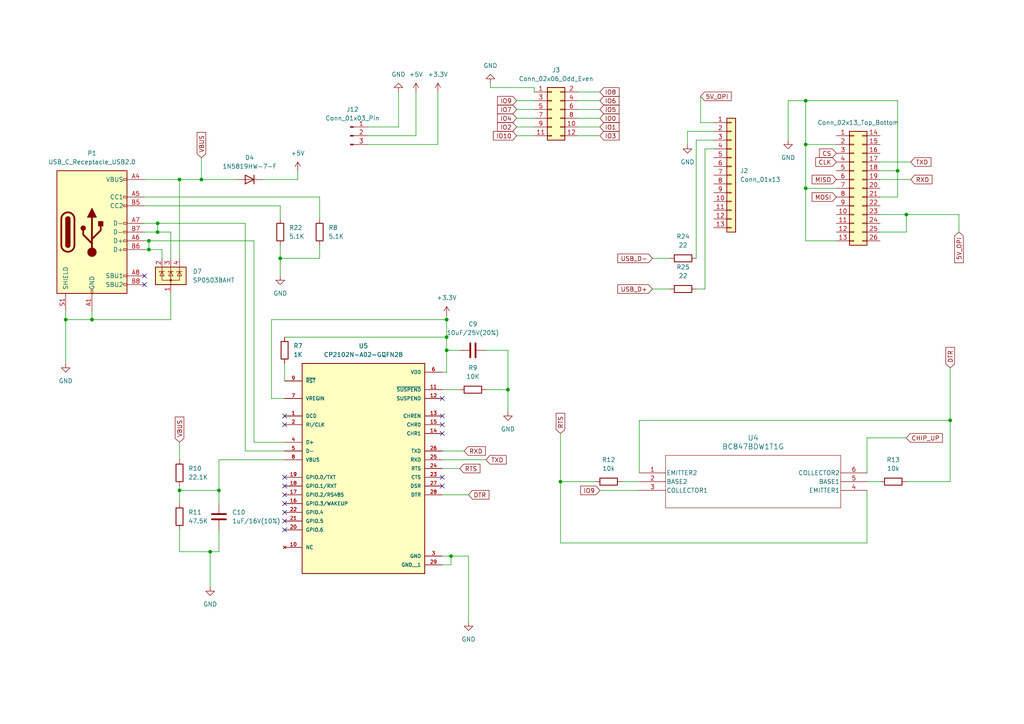
<source format=kicad_sch>
(kicad_sch (version 20230121) (generator eeschema)
  (paper "A4")
  (lib_symbols
    (symbol "Connector:Conn_01x03_Pin" (pin_names (offset 1.016) hide)
      (property "Reference" "J" (at 0 5.08 0))
      (property "Value" "Conn_01x03_Pin" (at 0 -5.08 0))
      (symbol "Conn_01x03_Pin_1_1"
        (polyline (pts (xy 1.27 -2.54) (xy 0.8636 -2.54)) (stroke (width 0.1524)))
        (polyline (pts (xy 1.27 0) (xy 0.8636 0)) (stroke (width 0.1524)))
        (polyline (pts (xy 1.27 2.54) (xy 0.8636 2.54)) (stroke (width 0.1524)))
        (rectangle (start 0.8636 -2.413) (end 0 -2.667) (stroke (width 0.1524)) (fill (type outline)))
        (rectangle (start 0.8636 0.127) (end 0 -0.127) (stroke (width 0.1524)) (fill (type outline)))
        (rectangle (start 0.8636 2.667) (end 0 2.413) (stroke (width 0.1524)) (fill (type outline)))
        (pin passive line (at 5.08 2.54 180) (length 3.81) (name "Pin_1") (number "1"))
        (pin passive line (at 5.08 0 180) (length 3.81) (name "Pin_2") (number "2"))
        (pin passive line (at 5.08 -2.54 180) (length 3.81) (name "Pin_3") (number "3"))
      )
    )
    (symbol "Connector:USB_C_Receptacle_USB2.0" (pin_names (offset 1.016))
      (property "Reference" "J" (at -10.16 19.05 0))
      (property "Value" "USB_C_Receptacle_USB2.0" (at 19.05 19.05 0))
      (symbol "USB_C_Receptacle_USB2.0_0_0"
        (rectangle (start -0.254 -17.78) (end 0.254 -16.764))
        (rectangle (start 10.16 -14.986) (end 9.144 -15.494))
        (rectangle (start 10.16 -12.446) (end 9.144 -12.954))
        (rectangle (start 10.16 -4.826) (end 9.144 -5.334))
        (rectangle (start 10.16 -2.286) (end 9.144 -2.794))
        (rectangle (start 10.16 0.254) (end 9.144 -0.254))
        (rectangle (start 10.16 2.794) (end 9.144 2.286))
        (rectangle (start 10.16 7.874) (end 9.144 7.366))
        (rectangle (start 10.16 10.414) (end 9.144 9.906))
        (rectangle (start 10.16 15.494) (end 9.144 14.986))
      )
      (symbol "USB_C_Receptacle_USB2.0_0_1"
        (rectangle (start -10.16 17.78) (end 10.16 -17.78) (stroke (width 0.254)) (fill (type background)))
        (arc (start -8.89 -3.81) (mid -6.985 -5.7067) (end -5.08 -3.81) (stroke (width 0.508)))
        (arc (start -7.62 -3.81) (mid -6.985 -4.4423) (end -6.35 -3.81) (stroke (width 0.254)))
        (arc (start -7.62 -3.81) (mid -6.985 -4.4423) (end -6.35 -3.81) (stroke (width 0.254)) (fill (type outline)))
        (rectangle (start -7.62 -3.81) (end -6.35 3.81) (stroke (width 0.254)) (fill (type outline)))
        (arc (start -6.35 3.81) (mid -6.985 4.4423) (end -7.62 3.81) (stroke (width 0.254)))
        (arc (start -6.35 3.81) (mid -6.985 4.4423) (end -7.62 3.81) (stroke (width 0.254)) (fill (type outline)))
        (arc (start -5.08 3.81) (mid -6.985 5.7067) (end -8.89 3.81) (stroke (width 0.508)))
        (circle (center -2.54 1.143) (radius 0.635) (stroke (width 0.254)) (fill (type outline)))
        (circle (center 0 -5.842) (radius 1.27) (fill (type outline)))
        (polyline (pts (xy -8.89 -3.81) (xy -8.89 3.81)) (stroke (width 0.508)))
        (polyline (pts (xy -5.08 3.81) (xy -5.08 -3.81)) (stroke (width 0.508)))
        (polyline (pts (xy 0 -5.842) (xy 0 4.318)) (stroke (width 0.508)))
        (polyline (pts (xy 0 -3.302) (xy -2.54 -0.762) (xy -2.54 0.508)) (stroke (width 0.508)))
        (polyline (pts (xy 0 -2.032) (xy 2.54 0.508) (xy 2.54 1.778)) (stroke (width 0.508)))
        (polyline (pts (xy -1.27 4.318) (xy 0 6.858) (xy 1.27 4.318) (xy -1.27 4.318)) (stroke (width 0.254)) (fill (type outline)))
        (rectangle (start 1.905 1.778) (end 3.175 3.048) (stroke (width 0.254)) (fill (type outline)))
      )
      (symbol "USB_C_Receptacle_USB2.0_1_1"
        (pin passive line (at 0 -22.86 90) (length 5.08) (name "GND") (number "A1"))
        (pin passive line (at 0 -22.86 90) (length 5.08) hide (name "GND") (number "A12"))
        (pin passive line (at 15.24 15.24 180) (length 5.08) (name "VBUS") (number "A4"))
        (pin bidirectional line (at 15.24 10.16 180) (length 5.08) (name "CC1") (number "A5"))
        (pin bidirectional line (at 15.24 -2.54 180) (length 5.08) (name "D+") (number "A6"))
        (pin bidirectional line (at 15.24 2.54 180) (length 5.08) (name "D-") (number "A7"))
        (pin bidirectional line (at 15.24 -12.7 180) (length 5.08) (name "SBU1") (number "A8"))
        (pin passive line (at 15.24 15.24 180) (length 5.08) hide (name "VBUS") (number "A9"))
        (pin passive line (at 0 -22.86 90) (length 5.08) hide (name "GND") (number "B1"))
        (pin passive line (at 0 -22.86 90) (length 5.08) hide (name "GND") (number "B12"))
        (pin passive line (at 15.24 15.24 180) (length 5.08) hide (name "VBUS") (number "B4"))
        (pin bidirectional line (at 15.24 7.62 180) (length 5.08) (name "CC2") (number "B5"))
        (pin bidirectional line (at 15.24 -5.08 180) (length 5.08) (name "D+") (number "B6"))
        (pin bidirectional line (at 15.24 0 180) (length 5.08) (name "D-") (number "B7"))
        (pin bidirectional line (at 15.24 -15.24 180) (length 5.08) (name "SBU2") (number "B8"))
        (pin passive line (at 15.24 15.24 180) (length 5.08) hide (name "VBUS") (number "B9"))
        (pin passive line (at -7.62 -22.86 90) (length 5.08) (name "SHIELD") (number "S1"))
      )
    )
    (symbol "Connector_Generic:Conn_01x13" (pin_names (offset 1.016) hide)
      (property "Reference" "J" (at 0 17.78 0))
      (property "Value" "Conn_01x13" (at 0 -17.78 0))
      (symbol "Conn_01x13_1_1"
        (rectangle (start -1.27 -15.113) (end 0 -15.367) (stroke (width 0.1524)))
        (rectangle (start -1.27 -12.573) (end 0 -12.827) (stroke (width 0.1524)))
        (rectangle (start -1.27 -10.033) (end 0 -10.287) (stroke (width 0.1524)))
        (rectangle (start -1.27 -7.493) (end 0 -7.747) (stroke (width 0.1524)))
        (rectangle (start -1.27 -4.953) (end 0 -5.207) (stroke (width 0.1524)))
        (rectangle (start -1.27 -2.413) (end 0 -2.667) (stroke (width 0.1524)))
        (rectangle (start -1.27 0.127) (end 0 -0.127) (stroke (width 0.1524)))
        (rectangle (start -1.27 2.667) (end 0 2.413) (stroke (width 0.1524)))
        (rectangle (start -1.27 5.207) (end 0 4.953) (stroke (width 0.1524)))
        (rectangle (start -1.27 7.747) (end 0 7.493) (stroke (width 0.1524)))
        (rectangle (start -1.27 10.287) (end 0 10.033) (stroke (width 0.1524)))
        (rectangle (start -1.27 12.827) (end 0 12.573) (stroke (width 0.1524)))
        (rectangle (start -1.27 15.367) (end 0 15.113) (stroke (width 0.1524)))
        (rectangle (start -1.27 16.51) (end 1.27 -16.51) (stroke (width 0.254)) (fill (type background)))
        (pin passive line (at -5.08 15.24 0) (length 3.81) (name "Pin_1") (number "1"))
        (pin passive line (at -5.08 -7.62 0) (length 3.81) (name "Pin_10") (number "10"))
        (pin passive line (at -5.08 -10.16 0) (length 3.81) (name "Pin_11") (number "11"))
        (pin passive line (at -5.08 -12.7 0) (length 3.81) (name "Pin_12") (number "12"))
        (pin passive line (at -5.08 -15.24 0) (length 3.81) (name "Pin_13") (number "13"))
        (pin passive line (at -5.08 12.7 0) (length 3.81) (name "Pin_2") (number "2"))
        (pin passive line (at -5.08 10.16 0) (length 3.81) (name "Pin_3") (number "3"))
        (pin passive line (at -5.08 7.62 0) (length 3.81) (name "Pin_4") (number "4"))
        (pin passive line (at -5.08 5.08 0) (length 3.81) (name "Pin_5") (number "5"))
        (pin passive line (at -5.08 2.54 0) (length 3.81) (name "Pin_6") (number "6"))
        (pin passive line (at -5.08 0 0) (length 3.81) (name "Pin_7") (number "7"))
        (pin passive line (at -5.08 -2.54 0) (length 3.81) (name "Pin_8") (number "8"))
        (pin passive line (at -5.08 -5.08 0) (length 3.81) (name "Pin_9") (number "9"))
      )
    )
    (symbol "Connector_Generic:Conn_02x06_Odd_Even" (pin_names (offset 1.016) hide)
      (property "Reference" "J" (at 1.27 7.62 0))
      (property "Value" "Conn_02x06_Odd_Even" (at 1.27 -10.16 0))
      (symbol "Conn_02x06_Odd_Even_1_1"
        (rectangle (start -1.27 -7.493) (end 0 -7.747) (stroke (width 0.1524)))
        (rectangle (start -1.27 -4.953) (end 0 -5.207) (stroke (width 0.1524)))
        (rectangle (start -1.27 -2.413) (end 0 -2.667) (stroke (width 0.1524)))
        (rectangle (start -1.27 0.127) (end 0 -0.127) (stroke (width 0.1524)))
        (rectangle (start -1.27 2.667) (end 0 2.413) (stroke (width 0.1524)))
        (rectangle (start -1.27 5.207) (end 0 4.953) (stroke (width 0.1524)))
        (rectangle (start -1.27 6.35) (end 3.81 -8.89) (stroke (width 0.254)) (fill (type background)))
        (rectangle (start 3.81 -7.493) (end 2.54 -7.747) (stroke (width 0.1524)))
        (rectangle (start 3.81 -4.953) (end 2.54 -5.207) (stroke (width 0.1524)))
        (rectangle (start 3.81 -2.413) (end 2.54 -2.667) (stroke (width 0.1524)))
        (rectangle (start 3.81 0.127) (end 2.54 -0.127) (stroke (width 0.1524)))
        (rectangle (start 3.81 2.667) (end 2.54 2.413) (stroke (width 0.1524)))
        (rectangle (start 3.81 5.207) (end 2.54 4.953) (stroke (width 0.1524)))
        (pin passive line (at -5.08 5.08 0) (length 3.81) (name "Pin_1") (number "1"))
        (pin passive line (at 7.62 -5.08 180) (length 3.81) (name "Pin_10") (number "10"))
        (pin passive line (at -5.08 -7.62 0) (length 3.81) (name "Pin_11") (number "11"))
        (pin passive line (at 7.62 -7.62 180) (length 3.81) (name "Pin_12") (number "12"))
        (pin passive line (at 7.62 5.08 180) (length 3.81) (name "Pin_2") (number "2"))
        (pin passive line (at -5.08 2.54 0) (length 3.81) (name "Pin_3") (number "3"))
        (pin passive line (at 7.62 2.54 180) (length 3.81) (name "Pin_4") (number "4"))
        (pin passive line (at -5.08 0 0) (length 3.81) (name "Pin_5") (number "5"))
        (pin passive line (at 7.62 0 180) (length 3.81) (name "Pin_6") (number "6"))
        (pin passive line (at -5.08 -2.54 0) (length 3.81) (name "Pin_7") (number "7"))
        (pin passive line (at 7.62 -2.54 180) (length 3.81) (name "Pin_8") (number "8"))
        (pin passive line (at -5.08 -5.08 0) (length 3.81) (name "Pin_9") (number "9"))
      )
    )
    (symbol "Connector_Generic:Conn_02x13_Top_Bottom" (pin_names (offset 1.016) hide)
      (property "Reference" "J" (at 1.27 17.78 0))
      (property "Value" "Conn_02x13_Top_Bottom" (at 1.27 -17.78 0))
      (symbol "Conn_02x13_Top_Bottom_1_1"
        (rectangle (start -1.27 -15.113) (end 0 -15.367) (stroke (width 0.1524)))
        (rectangle (start -1.27 -12.573) (end 0 -12.827) (stroke (width 0.1524)))
        (rectangle (start -1.27 -10.033) (end 0 -10.287) (stroke (width 0.1524)))
        (rectangle (start -1.27 -7.493) (end 0 -7.747) (stroke (width 0.1524)))
        (rectangle (start -1.27 -4.953) (end 0 -5.207) (stroke (width 0.1524)))
        (rectangle (start -1.27 -2.413) (end 0 -2.667) (stroke (width 0.1524)))
        (rectangle (start -1.27 0.127) (end 0 -0.127) (stroke (width 0.1524)))
        (rectangle (start -1.27 2.667) (end 0 2.413) (stroke (width 0.1524)))
        (rectangle (start -1.27 5.207) (end 0 4.953) (stroke (width 0.1524)))
        (rectangle (start -1.27 7.747) (end 0 7.493) (stroke (width 0.1524)))
        (rectangle (start -1.27 10.287) (end 0 10.033) (stroke (width 0.1524)))
        (rectangle (start -1.27 12.827) (end 0 12.573) (stroke (width 0.1524)))
        (rectangle (start -1.27 15.367) (end 0 15.113) (stroke (width 0.1524)))
        (rectangle (start -1.27 16.51) (end 3.81 -16.51) (stroke (width 0.254)) (fill (type background)))
        (rectangle (start 3.81 -15.113) (end 2.54 -15.367) (stroke (width 0.1524)))
        (rectangle (start 3.81 -12.573) (end 2.54 -12.827) (stroke (width 0.1524)))
        (rectangle (start 3.81 -10.033) (end 2.54 -10.287) (stroke (width 0.1524)))
        (rectangle (start 3.81 -7.493) (end 2.54 -7.747) (stroke (width 0.1524)))
        (rectangle (start 3.81 -4.953) (end 2.54 -5.207) (stroke (width 0.1524)))
        (rectangle (start 3.81 -2.413) (end 2.54 -2.667) (stroke (width 0.1524)))
        (rectangle (start 3.81 0.127) (end 2.54 -0.127) (stroke (width 0.1524)))
        (rectangle (start 3.81 2.667) (end 2.54 2.413) (stroke (width 0.1524)))
        (rectangle (start 3.81 5.207) (end 2.54 4.953) (stroke (width 0.1524)))
        (rectangle (start 3.81 7.747) (end 2.54 7.493) (stroke (width 0.1524)))
        (rectangle (start 3.81 10.287) (end 2.54 10.033) (stroke (width 0.1524)))
        (rectangle (start 3.81 12.827) (end 2.54 12.573) (stroke (width 0.1524)))
        (rectangle (start 3.81 15.367) (end 2.54 15.113) (stroke (width 0.1524)))
        (pin passive line (at -5.08 15.24 0) (length 3.81) (name "Pin_1") (number "1"))
        (pin passive line (at -5.08 -7.62 0) (length 3.81) (name "Pin_10") (number "10"))
        (pin passive line (at -5.08 -10.16 0) (length 3.81) (name "Pin_11") (number "11"))
        (pin passive line (at -5.08 -12.7 0) (length 3.81) (name "Pin_12") (number "12"))
        (pin passive line (at -5.08 -15.24 0) (length 3.81) (name "Pin_13") (number "13"))
        (pin passive line (at 7.62 15.24 180) (length 3.81) (name "Pin_14") (number "14"))
        (pin passive line (at 7.62 12.7 180) (length 3.81) (name "Pin_15") (number "15"))
        (pin passive line (at 7.62 10.16 180) (length 3.81) (name "Pin_16") (number "16"))
        (pin passive line (at 7.62 7.62 180) (length 3.81) (name "Pin_17") (number "17"))
        (pin passive line (at 7.62 5.08 180) (length 3.81) (name "Pin_18") (number "18"))
        (pin passive line (at 7.62 2.54 180) (length 3.81) (name "Pin_19") (number "19"))
        (pin passive line (at -5.08 12.7 0) (length 3.81) (name "Pin_2") (number "2"))
        (pin passive line (at 7.62 0 180) (length 3.81) (name "Pin_20") (number "20"))
        (pin passive line (at 7.62 -2.54 180) (length 3.81) (name "Pin_21") (number "21"))
        (pin passive line (at 7.62 -5.08 180) (length 3.81) (name "Pin_22") (number "22"))
        (pin passive line (at 7.62 -7.62 180) (length 3.81) (name "Pin_23") (number "23"))
        (pin passive line (at 7.62 -10.16 180) (length 3.81) (name "Pin_24") (number "24"))
        (pin passive line (at 7.62 -12.7 180) (length 3.81) (name "Pin_25") (number "25"))
        (pin passive line (at 7.62 -15.24 180) (length 3.81) (name "Pin_26") (number "26"))
        (pin passive line (at -5.08 10.16 0) (length 3.81) (name "Pin_3") (number "3"))
        (pin passive line (at -5.08 7.62 0) (length 3.81) (name "Pin_4") (number "4"))
        (pin passive line (at -5.08 5.08 0) (length 3.81) (name "Pin_5") (number "5"))
        (pin passive line (at -5.08 2.54 0) (length 3.81) (name "Pin_6") (number "6"))
        (pin passive line (at -5.08 0 0) (length 3.81) (name "Pin_7") (number "7"))
        (pin passive line (at -5.08 -2.54 0) (length 3.81) (name "Pin_8") (number "8"))
        (pin passive line (at -5.08 -5.08 0) (length 3.81) (name "Pin_9") (number "9"))
      )
    )
    (symbol "Device:C" (pin_numbers hide) (pin_names (offset 0.254))
      (property "Reference" "C" (at 0.635 2.54 0))
      (property "Value" "C" (at 0.635 -2.54 0))
      (symbol "C_0_1"
        (polyline (pts (xy -2.032 -0.762) (xy 2.032 -0.762)) (stroke (width 0.508)))
        (polyline (pts (xy -2.032 0.762) (xy 2.032 0.762)) (stroke (width 0.508)))
      )
      (symbol "C_1_1"
        (pin passive line (at 0 3.81 270) (length 2.794) (name "~") (number "1"))
        (pin passive line (at 0 -3.81 90) (length 2.794) (name "~") (number "2"))
      )
    )
    (symbol "Device:D" (pin_numbers hide) (pin_names (offset 1.016) hide)
      (property "Reference" "D" (at 0 2.54 0))
      (property "Value" "D" (at 0 -2.54 0))
      (symbol "D_0_1"
        (polyline (pts (xy -1.27 1.27) (xy -1.27 -1.27)) (stroke (width 0.254)))
        (polyline (pts (xy 1.27 0) (xy -1.27 0)))
        (polyline (pts (xy 1.27 1.27) (xy 1.27 -1.27) (xy -1.27 0) (xy 1.27 1.27)) (stroke (width 0.254)))
      )
      (symbol "D_1_1"
        (pin passive line (at -3.81 0 0) (length 2.54) (name "K") (number "1"))
        (pin passive line (at 3.81 0 180) (length 2.54) (name "A") (number "2"))
      )
    )
    (symbol "Device:R" (pin_numbers hide) (pin_names (offset 0))
      (property "Reference" "R" (at 2.032 0 90))
      (property "Value" "R" (at 0 0 90))
      (symbol "R_0_1"
        (rectangle (start -1.016 -2.54) (end 1.016 2.54) (stroke (width 0.254)))
      )
      (symbol "R_1_1"
        (pin passive line (at 0 3.81 270) (length 1.27) (name "~") (number "1"))
        (pin passive line (at 0 -3.81 90) (length 1.27) (name "~") (number "2"))
      )
    )
    (symbol "Interface_USB:CP2102N-A02-GQFN28" (pin_names (offset 1.016))
      (property "Reference" "U" (at -17.78 33.02 0))
      (property "Value" "CP2102N-A02-GQFN28" (at -17.78 -35.56 0))
      (symbol "CP2102N-A02-GQFN28_0_0"
        (rectangle (start -17.78 -30.48) (end 17.78 30.48) (stroke (width 0.254)) (fill (type background)))
        (pin input line (at -22.86 15.24 0) (length 5.08) (name "DCD") (number "1"))
        (pin no_connect line (at -22.86 -22.86 0) (length 5.08) (name "NC") (number "10"))
        (pin output line (at 22.86 22.86 180) (length 5.08) (name "~{SUSPEND}") (number "11"))
        (pin output line (at 22.86 20.32 180) (length 5.08) (name "SUSPEND") (number "12"))
        (pin output line (at 22.86 15.24 180) (length 5.08) (name "CHREN") (number "13"))
        (pin output line (at 22.86 10.16 180) (length 5.08) (name "CHR1") (number "14"))
        (pin output line (at 22.86 12.7 180) (length 5.08) (name "CHR0") (number "15"))
        (pin bidirectional line (at -22.86 -10.16 0) (length 5.08) (name "GPIO.3/WAKEUP") (number "16"))
        (pin bidirectional line (at -22.86 -7.62 0) (length 5.08) (name "GPIO.2/RS485") (number "17"))
        (pin bidirectional line (at -22.86 -5.08 0) (length 5.08) (name "GPIO.1/RXT") (number "18"))
        (pin bidirectional line (at -22.86 -2.54 0) (length 5.08) (name "GPIO.0/TXT") (number "19"))
        (pin bidirectional line (at -22.86 12.7 0) (length 5.08) (name "RI/CLK") (number "2"))
        (pin bidirectional line (at -22.86 -17.78 0) (length 5.08) (name "GPIO.6") (number "20"))
        (pin bidirectional line (at -22.86 -15.24 0) (length 5.08) (name "GPIO.5") (number "21"))
        (pin bidirectional line (at -22.86 -12.7 0) (length 5.08) (name "GPIO.4") (number "22"))
        (pin input line (at 22.86 -2.54 180) (length 5.08) (name "CTS") (number "23"))
        (pin output line (at 22.86 0 180) (length 5.08) (name "RTS") (number "24"))
        (pin input line (at 22.86 2.54 180) (length 5.08) (name "RXD") (number "25"))
        (pin output line (at 22.86 5.08 180) (length 5.08) (name "TXD") (number "26"))
        (pin input line (at 22.86 -5.08 180) (length 5.08) (name "DSR") (number "27"))
        (pin output line (at 22.86 -7.62 180) (length 5.08) (name "DTR") (number "28"))
        (pin power_in line (at 22.86 -27.94 180) (length 5.08) (name "GND__1") (number "29"))
        (pin power_in line (at 22.86 -25.4 180) (length 5.08) (name "GND") (number "3"))
        (pin bidirectional line (at -22.86 7.62 0) (length 5.08) (name "D+") (number "4"))
        (pin bidirectional line (at -22.86 5.08 0) (length 5.08) (name "D-") (number "5"))
        (pin power_in line (at 22.86 27.94 180) (length 5.08) (name "VDD") (number "6"))
        (pin input line (at -22.86 20.32 0) (length 5.08) (name "VREGIN") (number "7"))
        (pin input line (at -22.86 2.54 0) (length 5.08) (name "VBUS") (number "8"))
        (pin input line (at -22.86 25.4 0) (length 5.08) (name "~{RST}") (number "9"))
      )
    )
    (symbol "Power_Protection:SP0503BAHT" (pin_names hide)
      (property "Reference" "D" (at 5.715 2.54 0))
      (property "Value" "SP0503BAHT" (at 5.715 0.635 0))
      (symbol "SP0503BAHT_0_0"
        (pin passive line (at 0 -5.08 90) (length 2.54) (name "A") (number "1"))
      )
      (symbol "SP0503BAHT_0_1"
        (rectangle (start -4.445 2.54) (end 4.445 -2.54) (stroke (width 0.254)) (fill (type background)))
        (circle (center 0 -1.27) (radius 0.254) (fill (type outline)))
        (polyline (pts (xy -2.54 2.54) (xy -2.54 1.27)))
        (polyline (pts (xy 0 -1.27) (xy 0 -2.54)))
        (polyline (pts (xy 0 -1.27) (xy 0 1.27)))
        (polyline (pts (xy 0 2.54) (xy 0 1.27)))
        (polyline (pts (xy 0.635 1.27) (xy 0.762 1.27)))
        (polyline (pts (xy 2.54 2.54) (xy 2.54 1.27)))
        (polyline (pts (xy 0.635 1.27) (xy -0.762 1.27) (xy -0.762 1.016)))
        (polyline (pts (xy -3.302 1.016) (xy -3.302 1.27) (xy -1.905 1.27) (xy -1.778 1.27)))
        (polyline (pts (xy -2.54 1.27) (xy -2.54 -1.27) (xy 2.54 -1.27) (xy 2.54 1.27)))
        (polyline (pts (xy -2.54 1.27) (xy -1.905 0) (xy -3.175 0) (xy -2.54 1.27)))
        (polyline (pts (xy 0.635 0) (xy -0.635 0) (xy 0 1.27) (xy 0.635 0)))
        (polyline (pts (xy 1.778 1.016) (xy 1.778 1.27) (xy 3.175 1.27) (xy 3.302 1.27)))
        (polyline (pts (xy 2.54 1.27) (xy 1.905 0) (xy 3.175 0) (xy 2.54 1.27)))
      )
      (symbol "SP0503BAHT_1_1"
        (pin passive line (at -2.54 5.08 270) (length 2.54) (name "K") (number "2"))
        (pin passive line (at 0 5.08 270) (length 2.54) (name "K") (number "3"))
        (pin passive line (at 2.54 5.08 270) (length 2.54) (name "K") (number "4"))
      )
    )
    (symbol "Transistor_Array:BC847BDW1T1G" (pin_names (offset 0.254))
      (property "Reference" "U" (at 33.02 10.16 0))
      (property "Value" "BC847BDW1T1G" (at 33.02 7.62 0))
      (symbol "BC847BDW1T1G_0_1"
        (polyline (pts (xy 7.62 -10.16) (xy 58.42 -10.16)) (stroke (width 0.127)))
        (polyline (pts (xy 7.62 5.08) (xy 7.62 -10.16)) (stroke (width 0.127)))
        (polyline (pts (xy 58.42 -10.16) (xy 58.42 5.08)) (stroke (width 0.127)))
        (polyline (pts (xy 58.42 5.08) (xy 7.62 5.08)) (stroke (width 0.127)))
        (pin unspecified line (at 0 0 0) (length 7.62) (name "EMITTER2") (number "1"))
        (pin unspecified line (at 0 -2.54 0) (length 7.62) (name "BASE2") (number "2"))
        (pin unspecified line (at 0 -5.08 0) (length 7.62) (name "COLLECTOR1") (number "3"))
        (pin unspecified line (at 66.04 -5.08 180) (length 7.62) (name "EMITTER1") (number "4"))
        (pin unspecified line (at 66.04 -2.54 180) (length 7.62) (name "BASE1") (number "5"))
        (pin unspecified line (at 66.04 0 180) (length 7.62) (name "COLLECTOR2") (number "6"))
      )
    )
    (symbol "power:+3.3V" (power) (pin_names (offset 0))
      (property "Value" "+3.3V" (at 0 3.556 0))
      (symbol "+3.3V_0_1"
        (polyline (pts (xy -0.762 1.27) (xy 0 2.54)))
        (polyline (pts (xy 0 0) (xy 0 2.54)))
        (polyline (pts (xy 0 2.54) (xy 0.762 1.27)))
      )
      (symbol "+3.3V_1_1"
        (pin power_in line (at 0 0 90) (length 0) hide (name "+3.3V") (number "1"))
      )
    )
    (symbol "power:+5V" (power) (pin_names (offset 0))
      (property "Value" "+5V" (at 0 3.556 0))
      (symbol "+5V_0_1"
        (polyline (pts (xy -0.762 1.27) (xy 0 2.54)))
        (polyline (pts (xy 0 0) (xy 0 2.54)))
        (polyline (pts (xy 0 2.54) (xy 0.762 1.27)))
      )
      (symbol "+5V_1_1"
        (pin power_in line (at 0 0 90) (length 0) hide (name "+5V") (number "1"))
      )
    )
    (symbol "power:GND" (power) (pin_names (offset 0))
      (property "Value" "GND" (at 0 -3.81 0))
      (symbol "GND_0_1"
        (polyline (pts (xy 0 0) (xy 0 -1.27) (xy 1.27 -1.27) (xy 0 -2.54) (xy -1.27 -1.27) (xy 0 -1.27)))
      )
      (symbol "GND_1_1"
        (pin power_in line (at 0 0 270) (length 0) hide (name "GND") (number "1"))
      )
    )
  )
  (junction (at 45.72 67.31))
  (junction (at 262.89 62.23))
  (junction (at 233.68 29.21))
  (junction (at 43.18 72.39))
  (junction (at 162.56 139.7))
  (junction (at 45.72 64.77))
  (junction (at 63.5 142.24))
  (junction (at 58.42 52.07))
  (junction (at 52.07 142.24))
  (junction (at 129.54 101.6))
  (junction (at 19.05 92.71))
  (junction (at 147.32 113.03))
  (junction (at 129.54 97.79))
  (junction (at 52.07 52.07))
  (junction (at 129.54 92.71))
  (junction (at 130.81 161.29))
  (junction (at 43.18 69.85))
  (junction (at 233.68 41.91))
  (junction (at 26.67 92.71))
  (junction (at 260.35 49.53))
  (junction (at 81.28 74.93))
  (junction (at 60.96 160.02))
  (junction (at 233.68 54.61))
  (junction (at 275.59 121.92))
  (no_connect (at 41.91 80.01))
  (no_connect (at 82.55 148.59))
  (no_connect (at 82.55 120.65))
  (no_connect (at 82.55 143.51))
  (no_connect (at 82.55 153.67))
  (no_connect (at 82.55 123.19))
  (no_connect (at 128.27 123.19))
  (no_connect (at 82.55 138.43))
  (no_connect (at 128.27 138.43))
  (no_connect (at -22.86 15.24))
  (no_connect (at 41.91 82.55))
  (no_connect (at 128.27 140.97))
  (no_connect (at 82.55 151.13))
  (no_connect (at 128.27 115.57))
  (no_connect (at 82.55 140.97))
  (no_connect (at 128.27 120.65))
  (no_connect (at 128.27 125.73))
  (no_connect (at 82.55 146.05))
  (wire (pts (xy 162.56 157.48) (xy 162.56 139.7)))
  (wire (pts (xy 207.01 35.56) (xy 203.2 35.56)))
  (wire (pts (xy 52.07 52.07) (xy 52.07 74.93)))
  (wire (pts (xy 255.27 46.99) (xy 264.16 46.99)))
  (wire (pts (xy 147.32 101.6) (xy 147.32 113.03)))
  (wire (pts (xy 63.5 153.67) (xy 63.5 160.02)))
  (wire (pts (xy 78.74 92.71) (xy 129.54 92.71)))
  (wire (pts (xy 82.55 97.79) (xy 129.54 97.79)))
  (wire (pts (xy 76.2 52.07) (xy 86.36 52.07)))
  (wire (pts (xy 73.66 69.85) (xy 73.66 128.27)))
  (wire (pts (xy 49.53 85.09) (xy 49.53 92.71)))
  (wire (pts (xy 73.66 128.27) (xy 82.55 128.27)))
  (wire (pts (xy 251.46 127) (xy 262.89 127)))
  (wire (pts (xy 180.34 139.7) (xy 185.42 139.7)))
  (wire (pts (xy 63.5 133.35) (xy 63.5 142.24)))
  (wire (pts (xy 82.55 105.41) (xy 82.55 110.49)))
  (wire (pts (xy 130.81 161.29) (xy 135.89 161.29)))
  (wire (pts (xy 260.35 29.21) (xy 260.35 49.53)))
  (wire (pts (xy 275.59 106.68) (xy 275.59 121.92)))
  (wire (pts (xy 60.96 160.02) (xy 60.96 170.18)))
  (wire (pts (xy 275.59 139.7) (xy 275.59 121.92)))
  (wire (pts (xy 130.81 163.83) (xy 130.81 161.29)))
  (wire (pts (xy 278.13 67.31) (xy 278.13 62.23)))
  (wire (pts (xy 173.99 39.37) (xy 167.64 39.37)))
  (wire (pts (xy 128.27 130.81) (xy 134.62 130.81)))
  (wire (pts (xy 46.99 72.39) (xy 46.99 74.93)))
  (wire (pts (xy 262.89 139.7) (xy 275.59 139.7)))
  (wire (pts (xy 173.99 34.29) (xy 167.64 34.29)))
  (wire (pts (xy 52.07 52.07) (xy 58.42 52.07)))
  (wire (pts (xy 260.35 57.15) (xy 255.27 57.15)))
  (wire (pts (xy 45.72 64.77) (xy 71.12 64.77)))
  (wire (pts (xy 173.99 26.67) (xy 167.64 26.67)))
  (wire (pts (xy 41.91 72.39) (xy 43.18 72.39)))
  (wire (pts (xy 149.86 34.29) (xy 154.94 34.29)))
  (wire (pts (xy 43.18 69.85) (xy 43.18 72.39)))
  (wire (pts (xy 92.71 57.15) (xy 92.71 63.5)))
  (wire (pts (xy 128.27 163.83) (xy 130.81 163.83)))
  (wire (pts (xy 162.56 125.73) (xy 162.56 139.7)))
  (wire (pts (xy 140.97 101.6) (xy 147.32 101.6)))
  (wire (pts (xy 189.23 74.93) (xy 194.31 74.93)))
  (wire (pts (xy 228.6 40.64) (xy 228.6 29.21)))
  (wire (pts (xy 128.27 107.95) (xy 129.54 107.95)))
  (wire (pts (xy 149.86 31.75) (xy 154.94 31.75)))
  (wire (pts (xy 255.27 52.07) (xy 264.16 52.07)))
  (wire (pts (xy 173.99 142.24) (xy 185.42 142.24)))
  (wire (pts (xy 63.5 133.35) (xy 82.55 133.35)))
  (wire (pts (xy 260.35 49.53) (xy 260.35 57.15)))
  (wire (pts (xy 49.53 92.71) (xy 26.67 92.71)))
  (wire (pts (xy 233.68 29.21) (xy 233.68 41.91)))
  (wire (pts (xy 129.54 92.71) (xy 129.54 91.44)))
  (wire (pts (xy 19.05 90.17) (xy 19.05 92.71)))
  (wire (pts (xy 106.68 41.91) (xy 127 41.91)))
  (wire (pts (xy 147.32 113.03) (xy 140.97 113.03)))
  (wire (pts (xy 58.42 52.07) (xy 68.58 52.07)))
  (wire (pts (xy 19.05 92.71) (xy 19.05 105.41)))
  (wire (pts (xy 147.32 119.38) (xy 147.32 113.03)))
  (wire (pts (xy 81.28 59.69) (xy 81.28 63.5)))
  (wire (pts (xy 233.68 54.61) (xy 233.68 69.85)))
  (wire (pts (xy 275.59 121.92) (xy 185.42 121.92)))
  (wire (pts (xy 233.68 69.85) (xy 242.57 69.85)))
  (wire (pts (xy 203.2 35.56) (xy 203.2 27.94)))
  (wire (pts (xy 78.74 115.57) (xy 78.74 92.71)))
  (wire (pts (xy 52.07 142.24) (xy 52.07 146.05)))
  (wire (pts (xy 26.67 90.17) (xy 26.67 92.71)))
  (wire (pts (xy 49.53 67.31) (xy 45.72 67.31)))
  (wire (pts (xy 278.13 62.23) (xy 262.89 62.23)))
  (wire (pts (xy 52.07 153.67) (xy 52.07 160.02)))
  (wire (pts (xy 251.46 142.24) (xy 251.46 157.48)))
  (wire (pts (xy 262.89 67.31) (xy 255.27 67.31)))
  (wire (pts (xy 204.47 83.82) (xy 204.47 43.18)))
  (wire (pts (xy 81.28 74.93) (xy 92.71 74.93)))
  (wire (pts (xy 41.91 67.31) (xy 45.72 67.31)))
  (wire (pts (xy 255.27 62.23) (xy 262.89 62.23)))
  (wire (pts (xy 128.27 161.29) (xy 130.81 161.29)))
  (wire (pts (xy 41.91 69.85) (xy 43.18 69.85)))
  (wire (pts (xy 71.12 64.77) (xy 71.12 130.81)))
  (wire (pts (xy 41.91 64.77) (xy 45.72 64.77)))
  (wire (pts (xy 63.5 146.05) (xy 63.5 142.24)))
  (wire (pts (xy 45.72 64.77) (xy 45.72 67.31)))
  (wire (pts (xy 82.55 115.57) (xy 78.74 115.57)))
  (wire (pts (xy 199.39 38.1) (xy 199.39 41.91)))
  (wire (pts (xy 154.94 25.4) (xy 154.94 26.67)))
  (wire (pts (xy 58.42 45.72) (xy 58.42 52.07)))
  (wire (pts (xy 92.71 71.12) (xy 92.71 74.93)))
  (wire (pts (xy 86.36 52.07) (xy 86.36 49.53)))
  (wire (pts (xy 149.86 39.37) (xy 154.94 39.37)))
  (wire (pts (xy 127 41.91) (xy 127 26.67)))
  (wire (pts (xy 201.93 40.64) (xy 207.01 40.64)))
  (wire (pts (xy 251.46 139.7) (xy 255.27 139.7)))
  (wire (pts (xy 52.07 128.27) (xy 52.07 133.35)))
  (wire (pts (xy 106.68 36.83) (xy 115.57 36.83)))
  (wire (pts (xy 60.96 160.02) (xy 63.5 160.02)))
  (wire (pts (xy 71.12 130.81) (xy 82.55 130.81)))
  (wire (pts (xy 26.67 92.71) (xy 19.05 92.71)))
  (wire (pts (xy 52.07 142.24) (xy 52.07 140.97)))
  (wire (pts (xy 173.99 31.75) (xy 167.64 31.75)))
  (wire (pts (xy 128.27 135.89) (xy 133.35 135.89)))
  (wire (pts (xy 233.68 41.91) (xy 233.68 54.61)))
  (wire (pts (xy 129.54 97.79) (xy 129.54 101.6)))
  (wire (pts (xy 120.65 39.37) (xy 106.68 39.37)))
  (wire (pts (xy 81.28 71.12) (xy 81.28 74.93)))
  (wire (pts (xy 41.91 57.15) (xy 92.71 57.15)))
  (wire (pts (xy 63.5 142.24) (xy 52.07 142.24)))
  (wire (pts (xy 149.86 36.83) (xy 154.94 36.83)))
  (wire (pts (xy 204.47 43.18) (xy 207.01 43.18)))
  (wire (pts (xy 228.6 29.21) (xy 233.68 29.21)))
  (wire (pts (xy 128.27 143.51) (xy 135.89 143.51)))
  (wire (pts (xy 142.24 25.4) (xy 154.94 25.4)))
  (wire (pts (xy 41.91 52.07) (xy 52.07 52.07)))
  (wire (pts (xy 189.23 83.82) (xy 194.31 83.82)))
  (wire (pts (xy 46.99 72.39) (xy 43.18 72.39)))
  (wire (pts (xy 52.07 160.02) (xy 60.96 160.02)))
  (wire (pts (xy 201.93 83.82) (xy 204.47 83.82)))
  (wire (pts (xy 262.89 62.23) (xy 262.89 67.31)))
  (wire (pts (xy 233.68 54.61) (xy 242.57 54.61)))
  (wire (pts (xy 128.27 113.03) (xy 133.35 113.03)))
  (wire (pts (xy 251.46 157.48) (xy 162.56 157.48)))
  (wire (pts (xy 233.68 29.21) (xy 260.35 29.21)))
  (wire (pts (xy 129.54 101.6) (xy 133.35 101.6)))
  (wire (pts (xy 135.89 161.29) (xy 135.89 180.34)))
  (wire (pts (xy 142.24 24.13) (xy 142.24 25.4)))
  (wire (pts (xy 207.01 38.1) (xy 199.39 38.1)))
  (wire (pts (xy 173.99 36.83) (xy 167.64 36.83)))
  (wire (pts (xy 162.56 139.7) (xy 172.72 139.7)))
  (wire (pts (xy 49.53 67.31) (xy 49.53 74.93)))
  (wire (pts (xy 43.18 69.85) (xy 73.66 69.85)))
  (wire (pts (xy 120.65 26.67) (xy 120.65 39.37)))
  (wire (pts (xy 185.42 121.92) (xy 185.42 137.16)))
  (wire (pts (xy 115.57 36.83) (xy 115.57 26.67)))
  (wire (pts (xy 251.46 127) (xy 251.46 137.16)))
  (wire (pts (xy 149.86 29.21) (xy 154.94 29.21)))
  (wire (pts (xy 255.27 49.53) (xy 260.35 49.53)))
  (wire (pts (xy 129.54 97.79) (xy 129.54 92.71)))
  (wire (pts (xy 128.27 133.35) (xy 140.97 133.35)))
  (wire (pts (xy 81.28 74.93) (xy 81.28 80.01)))
  (wire (pts (xy 233.68 41.91) (xy 242.57 41.91)))
  (wire (pts (xy 129.54 101.6) (xy 129.54 107.95)))
  (wire (pts (xy 41.91 59.69) (xy 81.28 59.69)))
  (wire (pts (xy 173.99 29.21) (xy 167.64 29.21)))
  (wire (pts (xy 201.93 40.64) (xy 201.93 74.93)))
  (global_label "DTR" (shape input) (at 275.59 106.68 90) (property "Intersheetrefs" "${INTERSHEET_REFS}" (effects hide)))
  (global_label "IO1" (shape input) (at 173.99 36.83 0) (property "Intersheetrefs" "${INTERSHEET_REFS}" (effects hide)))
  (global_label "TXD" (shape input) (at 140.97 133.35 0) (property "Intersheetrefs" "${INTERSHEET_REFS}" (effects hide)))
  (global_label "IO4" (shape input) (at 149.86 34.29 180) (property "Intersheetrefs" "${INTERSHEET_REFS}" (effects hide)))
  (global_label "IO7" (shape input) (at 149.86 31.75 180) (property "Intersheetrefs" "${INTERSHEET_REFS}" (effects hide)))
  (global_label "RTS" (shape input) (at 162.56 125.73 90) (property "Intersheetrefs" "${INTERSHEET_REFS}" (effects hide)))
  (global_label "RXD" (shape input) (at 134.62 130.81 0) (property "Intersheetrefs" "${INTERSHEET_REFS}" (effects hide)))
  (global_label "IO0" (shape input) (at 173.99 34.29 0) (property "Intersheetrefs" "${INTERSHEET_REFS}" (effects hide)))
  (global_label "TXD" (shape input) (at 264.16 46.99 0) (property "Intersheetrefs" "${INTERSHEET_REFS}" (effects hide)))
  (global_label "5V_OPI" (shape input) (at 278.13 67.31 270) (property "Intersheetrefs" "${INTERSHEET_REFS}" (effects hide)))
  (global_label "DTR" (shape input) (at 135.89 143.51 0) (property "Intersheetrefs" "${INTERSHEET_REFS}" (effects hide)))
  (global_label "CHIP_UP" (shape input) (at 262.89 127 0) (property "Intersheetrefs" "${INTERSHEET_REFS}" (effects hide)))
  (global_label "IO9" (shape input) (at 173.99 142.24 180) (property "Intersheetrefs" "${INTERSHEET_REFS}" (effects hide)))
  (global_label "IO5" (shape input) (at 173.99 31.75 0) (property "Intersheetrefs" "${INTERSHEET_REFS}" (effects hide)))
  (global_label "MISO" (shape input) (at 242.57 52.07 180) (property "Intersheetrefs" "${INTERSHEET_REFS}" (effects hide)))
  (global_label "RXD" (shape input) (at 264.16 52.07 0) (property "Intersheetrefs" "${INTERSHEET_REFS}" (effects hide)))
  (global_label "IO6" (shape input) (at 173.99 29.21 0) (property "Intersheetrefs" "${INTERSHEET_REFS}" (effects hide)))
  (global_label "IO3" (shape input) (at 173.99 39.37 0) (property "Intersheetrefs" "${INTERSHEET_REFS}" (effects hide)))
  (global_label "IO10" (shape input) (at 149.86 39.37 180) (property "Intersheetrefs" "${INTERSHEET_REFS}" (effects hide)))
  (global_label "VBUS" (shape input) (at 58.42 45.72 90) (property "Intersheetrefs" "${INTERSHEET_REFS}" (effects hide)))
  (global_label "IO8" (shape input) (at 173.99 26.67 0) (property "Intersheetrefs" "${INTERSHEET_REFS}" (effects hide)))
  (global_label "CLK" (shape input) (at 242.57 46.99 180) (property "Intersheetrefs" "${INTERSHEET_REFS}" (effects hide)))
  (global_label "5V_OPI" (shape input) (at 203.2 27.94 0) (property "Intersheetrefs" "${INTERSHEET_REFS}" (effects hide)))
  (global_label "CS" (shape input) (at 242.57 44.45 180) (property "Intersheetrefs" "${INTERSHEET_REFS}" (effects hide)))
  (global_label "RTS" (shape input) (at 133.35 135.89 0) (property "Intersheetrefs" "${INTERSHEET_REFS}" (effects hide)))
  (global_label "IO2" (shape input) (at 149.86 36.83 180) (property "Intersheetrefs" "${INTERSHEET_REFS}" (effects hide)))
  (global_label "USB_D+" (shape input) (at 189.23 83.82 180) (property "Intersheetrefs" "${INTERSHEET_REFS}" (effects hide)))
  (global_label "USB_D-" (shape input) (at 189.23 74.93 180) (property "Intersheetrefs" "${INTERSHEET_REFS}" (effects hide)))
  (global_label "IO9" (shape input) (at 149.86 29.21 180) (property "Intersheetrefs" "${INTERSHEET_REFS}" (effects hide)))
  (global_label "VBUS" (shape input) (at 52.07 128.27 90) (property "Intersheetrefs" "${INTERSHEET_REFS}" (effects hide)))
  (global_label "MOSI" (shape input) (at 242.57 57.15 180) (property "Intersheetrefs" "${INTERSHEET_REFS}" (effects hide)))
  (symbol (lib_id "power:+5V") (at 120.65 26.67 0) (unit 1)
    (property "Reference" "#PWR018" (effects hide))
    (property "Value" "+5V" (at 120.65 21.59 0))
  )
  (symbol (lib_id "Interface_USB:CP2102N-A02-GQFN28") (at 105.41 135.89 0) (unit 1)
    (property "Reference" "U5" (at 105.41 100.33 0))
    (property "Value" "CP2102N-A02-GQFN28" (at 105.41 102.87 0))
    (property "Footprint" "Connector_USB:QFN50P500X500X80-29N" (effects hide))
    (property "PARTREV" "1.5" (effects hide))
    (property "MANUFACTURER" "Silicon Labs" (effects hide))
    (property "MAXIMUM_PACKAGE_HEIGHT" "0.8 mm" (effects hide))
    (property "STANDARD" "IPC 7351B" (effects hide))
  )
  (symbol (lib_id "Connector_Generic:Conn_01x13") (at 212.09 50.8 0) (unit 1)
    (property "Reference" "J2" (at 214.63 49.53 0) (effects (justify left)))
    (property "Value" "Conn_01x13" (at 214.63 52.07 0) (effects (justify left)))
    (property "Footprint" "Connector_PinSocket_2.54mm:PinSocket_1x13_P2.54mm_Vertical" (effects hide))
  )
  (symbol (lib_id "Device:C") (at 137.16 101.6 90) (unit 1)
    (property "Reference" "C9" (at 137.16 93.98 90))
    (property "Value" "10uF/25V(20%)" (at 137.16 96.52 90))
    (property "Footprint" "Capacitor_SMD:C_0603_1608Metric" (effects hide))
  )
  (symbol (lib_id "power:+5V") (at 86.36 49.53 0) (unit 1)
    (property "Reference" "#PWR012" (effects hide))
    (property "Value" "+5V" (at 86.36 44.45 0))
  )
  (symbol (lib_id "Device:D") (at 72.39 52.07 180) (unit 1)
    (property "Reference" "D4" (at 72.39 45.72 0))
    (property "Value" "1N5819HW-7-F" (at 72.39 48.26 0))
    (property "Footprint" "Diode_SMD:D_SOD-123" (effects hide))
    (property "Sim.Device" "D" (effects hide))
    (property "Sim.Pins" "1=K 2=A" (effects hide))
  )
  (symbol (lib_id "Device:R") (at 82.55 101.6 180) (unit 1)
    (property "Reference" "R7" (at 85.09 100.33 0) (effects (justify right)))
    (property "Value" "1K" (at 85.09 102.87 0) (effects (justify right)))
    (property "Footprint" "Resistor_SMD:R_0603_1608Metric" (effects hide))
  )
  (symbol (lib_id "Device:R") (at 92.71 67.31 0) (unit 1)
    (property "Reference" "R8" (at 95.25 66.04 0) (effects (justify left)))
    (property "Value" "5.1K" (at 95.25 68.58 0) (effects (justify left)))
    (property "Footprint" "Resistor_SMD:R_0603_1608Metric" (effects hide))
  )
  (symbol (lib_id "power:+3.3V") (at 127 26.67 0) (unit 1)
    (property "Reference" "#PWR019" (effects hide))
    (property "Value" "+3.3V" (at 127 21.59 0))
  )
  (symbol (lib_id "Device:R") (at 198.12 74.93 90) (unit 1)
    (property "Reference" "R24" (at 198.12 68.58 90))
    (property "Value" "22" (at 198.12 71.12 90))
    (property "Footprint" "Resistor_SMD:R_0603_1608Metric" (effects hide))
  )
  (symbol (lib_id "power:GND") (at 228.6 40.64 0) (unit 1)
    (property "Reference" "#PWR010" (effects hide))
    (property "Value" "GND" (at 228.6 45.72 0))
  )
  (symbol (lib_id "power:GND") (at 147.32 119.38 0) (unit 1)
    (property "Reference" "#PWR025" (effects hide))
    (property "Value" "GND" (at 147.32 124.46 0))
  )
  (symbol (lib_id "power:GND") (at 142.24 24.13 180) (unit 1)
    (property "Reference" "#PWR030" (effects hide))
    (property "Value" "GND" (at 142.24 19.05 0))
  )
  (symbol (lib_id "Device:R") (at 198.12 83.82 90) (unit 1)
    (property "Reference" "R25" (at 198.12 77.47 90))
    (property "Value" "22" (at 198.12 80.01 90))
    (property "Footprint" "Resistor_SMD:R_0603_1608Metric" (effects hide))
  )
  (symbol (lib_id "Device:R") (at 176.53 139.7 90) (unit 1)
    (property "Reference" "R12" (at 176.53 133.35 90))
    (property "Value" "10k" (at 176.53 135.89 90))
    (property "Footprint" "Resistor_SMD:R_0603_1608Metric" (effects hide))
  )
  (symbol (lib_id "Device:R") (at 81.28 67.31 0) (unit 1)
    (property "Reference" "R22" (at 83.82 66.04 0) (effects (justify left)))
    (property "Value" "5.1K" (at 83.82 68.58 0) (effects (justify left)))
    (property "Footprint" "Resistor_SMD:R_0603_1608Metric" (effects hide))
  )
  (symbol (lib_id "power:GND") (at 19.05 105.41 0) (unit 1)
    (property "Reference" "#PWR08" (effects hide))
    (property "Value" "GND" (at 19.05 110.49 0))
  )
  (symbol (lib_id "power:GND") (at 199.39 41.91 0) (unit 1)
    (property "Reference" "#PWR029" (effects hide))
    (property "Value" "GND" (at 199.39 46.99 0))
  )
  (symbol (lib_id "Power_Protection:SP0503BAHT") (at 49.53 80.01 0) (unit 1)
    (property "Reference" "D7" (at 55.88 78.74 0) (effects (justify left)))
    (property "Value" "SP0503BAHT" (at 55.88 81.28 0) (effects (justify left)))
    (property "Footprint" "Package_TO_SOT_SMD:SOT-143" (effects hide))
    (property "Datasheet" "http://www.littelfuse.com/~/media/files/littelfuse/technical%20resources/documents/data%20sheets/sp05xxba.pdf" (effects hide))
  )
  (symbol (lib_id "Connector_Generic:Conn_02x13_Top_Bottom") (at 247.65 54.61 0) (unit 1)
    (property "Reference" "J1" (effects hide))
    (property "Value" "Conn_02x13_Top_Bottom" (at 248.92 35.56 0))
    (property "Footprint" "Connector_PinSocket_2.54mm:PinSocket_2x13_P2.54mm_Vertical" (effects hide))
  )
  (symbol (lib_id "Transistor_Array:BC847BDW1T1G") (at 185.42 137.16 0) (unit 1)
    (property "Reference" "U4" (at 218.44 127 0) (effects (font (size 1.524 1.524))))
    (property "Value" "BC847BDW1T1G" (at 218.44 129.54 0) (effects (font (size 1.524 1.524))))
    (property "Footprint" "Transistor_Power_Module:SOT65P210X110-6N" (effects hide))
    (property "Datasheet" "BC847BDW1T1G" (effects hide))
  )
  (symbol (lib_id "power:GND") (at 60.96 170.18 0) (unit 1)
    (property "Reference" "#PWR026" (effects hide))
    (property "Value" "GND" (at 60.96 175.26 0))
  )
  (symbol (lib_id "Device:C") (at 63.5 149.86 0) (unit 1)
    (property "Reference" "C10" (at 67.31 148.59 0) (effects (justify left)))
    (property "Value" "1uF/16V(10%)" (at 67.31 151.13 0) (effects (justify left)))
    (property "Footprint" "Capacitor_SMD:C_0603_1608Metric" (effects hide))
  )
  (symbol (lib_id "Device:R") (at 52.07 137.16 0) (unit 1)
    (property "Reference" "R10" (at 54.61 135.89 0) (effects (justify left)))
    (property "Value" "22.1K" (at 54.61 138.43 0) (effects (justify left)))
    (property "Footprint" "Resistor_SMD:R_0603_1608Metric" (effects hide))
  )
  (symbol (lib_id "Connector:USB_C_Receptacle_USB2.0") (at 26.67 67.31 0) (unit 1)
    (property "Reference" "P1" (at 26.67 44.45 0))
    (property "Value" "USB_C_Receptacle_USB2.0" (at 26.67 46.99 0))
    (property "Footprint" "Connector_USB:USB_C_Receptacle_HRO_TYPE-C-31-M-12" (effects hide))
    (property "Datasheet" "https://www.usb.org/sites/default/files/documents/usb_type-c.zip" (effects hide))
  )
  (symbol (lib_id "power:GND") (at 115.57 26.67 180) (unit 1)
    (property "Reference" "#PWR020" (effects hide))
    (property "Value" "GND" (at 115.57 21.59 0))
  )
  (symbol (lib_id "Connector:Conn_01x03_Pin") (at 101.6 39.37 0) (unit 1)
    (property "Reference" "J12" (at 102.235 31.75 0))
    (property "Value" "Conn_01x03_Pin" (at 102.235 34.29 0))
    (property "Footprint" "Connector_PinHeader_2.54mm:PinHeader_1x03_P2.54mm_Vertical" (effects hide))
  )
  (symbol (lib_id "Connector_Generic:Conn_02x06_Odd_Even") (at 160.02 31.75 0) (unit 1)
    (property "Reference" "J3" (at 161.29 20.32 0))
    (property "Value" "Conn_02x06_Odd_Even" (at 161.29 22.86 0))
    (property "Footprint" "Connector_PinHeader_2.54mm:PinHeader_2x06_P2.54mm_Vertical" (effects hide))
  )
  (symbol (lib_id "Device:R") (at 259.08 139.7 90) (unit 1)
    (property "Reference" "R13" (at 259.08 133.35 90))
    (property "Value" "10k" (at 259.08 135.89 90))
    (property "Footprint" "Resistor_SMD:R_0603_1608Metric" (effects hide))
  )
  (symbol (lib_id "Device:R") (at 137.16 113.03 90) (unit 1)
    (property "Reference" "R9" (at 137.16 106.68 90))
    (property "Value" "10K" (at 137.16 109.22 90))
    (property "Footprint" "Resistor_SMD:R_0603_1608Metric" (effects hide))
  )
  (symbol (lib_id "power:GND") (at 135.89 180.34 0) (unit 1)
    (property "Reference" "#PWR024" (effects hide))
    (property "Value" "GND" (at 135.89 185.42 0))
  )
  (symbol (lib_id "power:GND") (at 81.28 80.01 0) (unit 1)
    (property "Reference" "#PWR023" (effects hide))
    (property "Value" "GND" (at 81.28 85.09 0))
  )
  (symbol (lib_id "power:+3.3V") (at 129.54 91.44 0) (unit 1)
    (property "Reference" "#PWR022" (effects hide))
    (property "Value" "+3.3V" (at 129.54 86.36 0))
  )
  (symbol (lib_id "Device:R") (at 52.07 149.86 0) (unit 1)
    (property "Reference" "R11" (at 54.61 148.59 0) (effects (justify left)))
    (property "Value" "47.5K" (at 54.61 151.13 0) (effects (justify left)))
    (property "Footprint" "Resistor_SMD:R_0603_1608Metric" (effects hide))
  )
)
</source>
